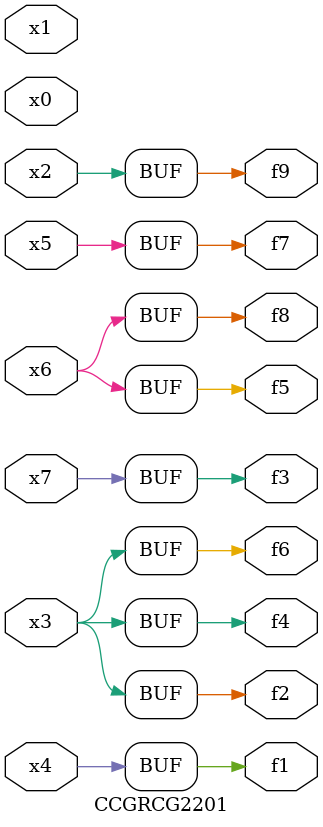
<source format=v>
module CCGRCG2201(
	input x0, x1, x2, x3, x4, x5, x6, x7,
	output f1, f2, f3, f4, f5, f6, f7, f8, f9
);
	assign f1 = x4;
	assign f2 = x3;
	assign f3 = x7;
	assign f4 = x3;
	assign f5 = x6;
	assign f6 = x3;
	assign f7 = x5;
	assign f8 = x6;
	assign f9 = x2;
endmodule

</source>
